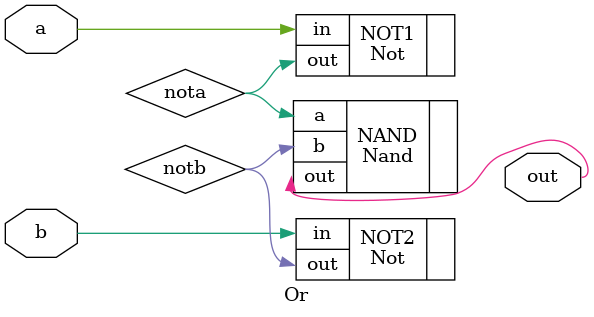
<source format=v>
 /**
 * Or gate:
 * out = 1 if (a == 1 or b == 1)
 *       0 otherwise
 */
`default_nettype none
module Or(
	input a,
	input b,
	output out
);
    wire nota;
    wire notb;
    Not NOT1(.in(a), .out(nota));
    Not NOT2(.in(b), .out(notb));
    Nand NAND(.a(nota), .b(notb), .out(out));


endmodule

</source>
